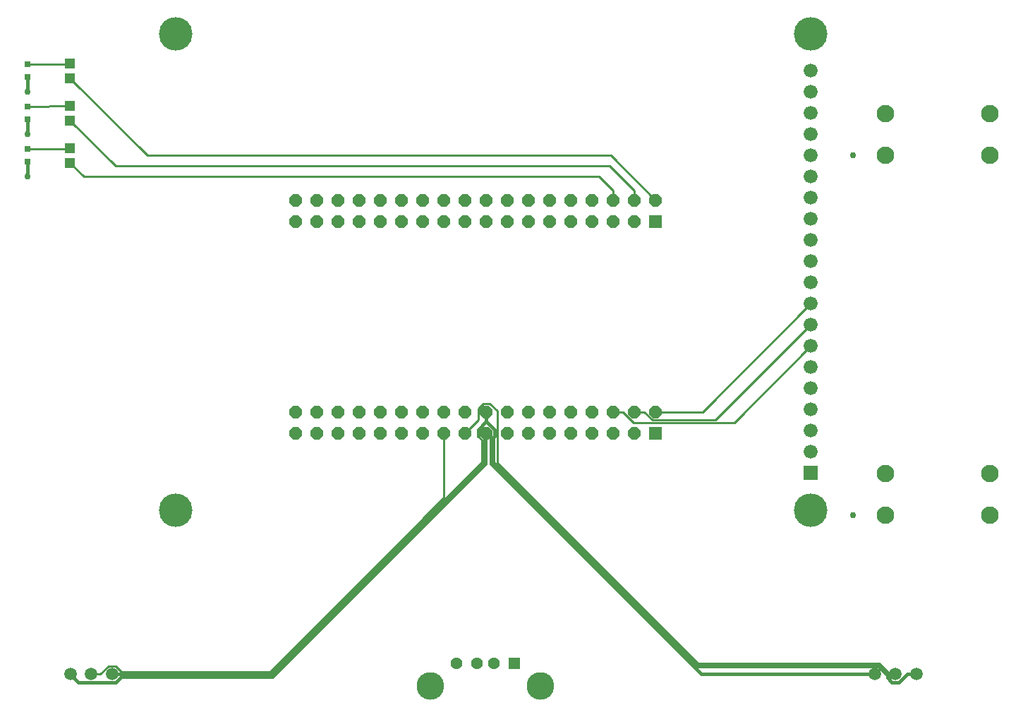
<source format=gbr>
G04 EAGLE Gerber RS-274X export*
G75*
%MOMM*%
%FSLAX34Y34*%
%LPD*%
%INTop Copper*%
%IPPOS*%
%AMOC8*
5,1,8,0,0,1.08239X$1,22.5*%
G01*
%ADD10R,0.800000X0.800000*%
%ADD11R,1.428000X1.428000*%
%ADD12C,1.428000*%
%ADD13C,3.316000*%
%ADD14C,1.508000*%
%ADD15R,1.270000X1.143000*%
%ADD16C,2.100000*%
%ADD17R,1.676400X1.676400*%
%ADD18C,1.676400*%
%ADD19C,4.016000*%
%ADD20R,1.524000X1.524000*%
%ADD21P,1.649562X8X202.500000*%
%ADD22C,0.381000*%
%ADD23C,0.756400*%
%ADD24C,0.254000*%


D10*
X76200Y896500D03*
X76200Y881500D03*
X76200Y845700D03*
X76200Y830700D03*
X76200Y794900D03*
X76200Y779900D03*
D11*
X660400Y177800D03*
D12*
X635400Y177800D03*
X615400Y177800D03*
X590400Y177800D03*
D13*
X691100Y150700D03*
X559700Y150700D03*
D14*
X177400Y165100D03*
X152400Y165100D03*
X127400Y165100D03*
X1142600Y165100D03*
X1117600Y165100D03*
X1092600Y165100D03*
D15*
X127000Y880110D03*
X127000Y897890D03*
X127000Y829310D03*
X127000Y847090D03*
X127000Y778510D03*
X127000Y796290D03*
D16*
X1105900Y837800D03*
X1105900Y787800D03*
X1230900Y787800D03*
X1230900Y837800D03*
X1105900Y406000D03*
X1105900Y356000D03*
X1230900Y356000D03*
X1230900Y406000D03*
D17*
X1016000Y406400D03*
D18*
X1016000Y431800D03*
X1016000Y457200D03*
X1016000Y482600D03*
X1016000Y508000D03*
X1016000Y533400D03*
X1016000Y558800D03*
X1016000Y584200D03*
X1016000Y609600D03*
X1016000Y635000D03*
X1016000Y660400D03*
X1016000Y685800D03*
X1016000Y711200D03*
X1016000Y736600D03*
X1016000Y762000D03*
X1016000Y787400D03*
X1016000Y812800D03*
X1016000Y838200D03*
X1016000Y863600D03*
X1016000Y889000D03*
D19*
X1016000Y361950D03*
X1016000Y933450D03*
X254000Y361950D03*
X254000Y933450D03*
D20*
X829900Y454400D03*
D21*
X829900Y479800D03*
X804500Y454400D03*
X804500Y479800D03*
X779100Y454400D03*
X779100Y479800D03*
X753700Y454400D03*
X753700Y479800D03*
X728300Y454400D03*
X728300Y479800D03*
X702900Y454400D03*
X702900Y479800D03*
X677500Y454400D03*
X677500Y479800D03*
X652100Y454400D03*
X652100Y479800D03*
X626700Y454400D03*
X626700Y479800D03*
X601300Y454400D03*
X601300Y479800D03*
X575900Y454400D03*
X575900Y479800D03*
X550500Y454400D03*
X550500Y479800D03*
X525100Y454400D03*
X525100Y479800D03*
X499700Y454400D03*
X499700Y479800D03*
X474300Y454400D03*
X474300Y479800D03*
X448900Y454400D03*
X448900Y479800D03*
X423500Y454400D03*
X423500Y479800D03*
X398100Y454400D03*
X398100Y479800D03*
D20*
X829900Y708400D03*
D21*
X829900Y733800D03*
X804500Y708400D03*
X804500Y733800D03*
X779100Y708400D03*
X779100Y733800D03*
X753700Y708400D03*
X753700Y733800D03*
X728300Y708400D03*
X728300Y733800D03*
X702900Y708400D03*
X702900Y733800D03*
X677500Y708400D03*
X677500Y733800D03*
X652100Y708400D03*
X652100Y733800D03*
X626700Y708400D03*
X626700Y733800D03*
X601300Y708400D03*
X601300Y733800D03*
X575900Y708400D03*
X575900Y733800D03*
X550500Y708400D03*
X550500Y733800D03*
X525100Y708400D03*
X525100Y733800D03*
X499700Y708400D03*
X499700Y733800D03*
X474300Y708400D03*
X474300Y733800D03*
X448900Y708400D03*
X448900Y733800D03*
X423500Y708400D03*
X423500Y733800D03*
X398100Y708400D03*
X398100Y733800D03*
D22*
X76200Y863600D02*
X76200Y881500D01*
X76200Y830700D02*
X76200Y812800D01*
X76200Y779900D02*
X76200Y762000D01*
D23*
X76200Y762000D03*
X76200Y812800D03*
X76200Y863600D03*
X1066800Y355600D03*
X1066800Y787400D03*
D24*
X127000Y796290D02*
X125610Y794900D01*
X76200Y794900D01*
X76200Y845700D02*
X127000Y847090D01*
X125610Y896500D02*
X76200Y896500D01*
X125610Y896500D02*
X127000Y897890D01*
X127000Y778510D02*
X143510Y762000D01*
X762000Y762000D01*
X774700Y749300D01*
X779100Y744900D01*
X779100Y736600D01*
X779100Y733800D01*
X181610Y774700D02*
X127000Y829310D01*
X181610Y774700D02*
X774700Y774700D01*
X787400Y762000D01*
X804500Y744900D01*
X804500Y733800D01*
X219710Y787400D02*
X127000Y880110D01*
X776300Y787400D02*
X829900Y733800D01*
X776300Y787400D02*
X219710Y787400D01*
D22*
X616794Y458503D02*
X616794Y450297D01*
X616794Y458503D02*
X626700Y468409D01*
D24*
X616794Y450297D02*
X622300Y444791D01*
D22*
X622300Y419100D01*
X636606Y450297D02*
X636606Y458503D01*
X626700Y468409D02*
X626700Y479800D01*
X626700Y468409D02*
X636606Y458503D01*
X636606Y450297D02*
X635000Y448691D01*
X635000Y419100D01*
X622300Y419100D02*
X368300Y165100D01*
X177400Y165100D01*
X1107774Y161030D02*
X1113530Y155274D01*
X1121670Y155274D01*
X1107774Y161030D02*
X1107774Y163822D01*
X1131496Y165100D02*
X1142600Y165100D01*
X1107774Y163822D02*
X1096670Y174926D01*
X1121670Y155274D02*
X1131496Y165100D01*
X879174Y174926D02*
X635000Y419100D01*
X879174Y174926D02*
X1096670Y174926D01*
D24*
X181470Y174926D02*
X173330Y174926D01*
X163504Y165100D02*
X152400Y165100D01*
X188248Y168148D02*
X367037Y168148D01*
X173330Y174926D02*
X163504Y165100D01*
X181470Y174926D02*
X188248Y168148D01*
X367037Y168148D02*
X575900Y377011D01*
X575900Y454400D01*
X616794Y483903D02*
X622597Y489706D01*
X630803Y489706D01*
X639654Y480855D01*
X639654Y444500D01*
X639654Y439846D01*
X616794Y469894D02*
X601300Y454400D01*
X616794Y469894D02*
X616794Y483903D01*
X639654Y439846D02*
X639654Y418757D01*
X880437Y177974D02*
X1097933Y177974D01*
X1110807Y165100D02*
X1117600Y165100D01*
X1110807Y165100D02*
X1097933Y177974D01*
X880437Y177974D02*
X639654Y418757D01*
D22*
X631952Y449148D02*
X626700Y454400D01*
X631952Y449148D02*
X631952Y417837D01*
X884689Y165100D01*
X1092600Y165100D01*
X625348Y417837D02*
X369563Y162052D01*
X625348Y453048D02*
X626700Y454400D01*
X625348Y453048D02*
X625348Y417837D01*
X188248Y162052D02*
X181470Y155274D01*
X137226Y155274D01*
X127400Y165100D01*
X188248Y162052D02*
X369563Y162052D01*
D24*
X779100Y479800D02*
X790491Y479800D01*
X924046Y466846D02*
X1016000Y558800D01*
X924046Y466846D02*
X803445Y466846D01*
X790491Y479800D01*
X804500Y479800D02*
X815891Y479800D01*
X825797Y469894D01*
X901694Y469894D02*
X1016000Y584200D01*
X901694Y469894D02*
X825797Y469894D01*
X886200Y479800D02*
X1016000Y609600D01*
X886200Y479800D02*
X829900Y479800D01*
M02*

</source>
